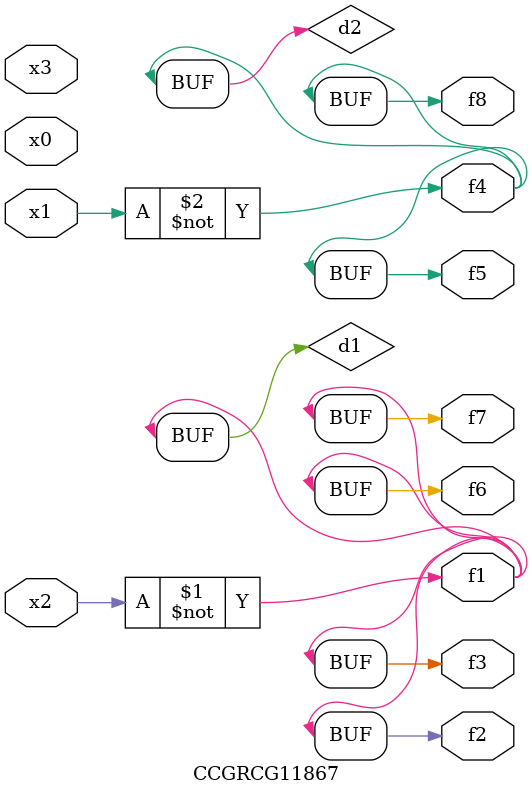
<source format=v>
module CCGRCG11867(
	input x0, x1, x2, x3,
	output f1, f2, f3, f4, f5, f6, f7, f8
);

	wire d1, d2;

	xnor (d1, x2);
	not (d2, x1);
	assign f1 = d1;
	assign f2 = d1;
	assign f3 = d1;
	assign f4 = d2;
	assign f5 = d2;
	assign f6 = d1;
	assign f7 = d1;
	assign f8 = d2;
endmodule

</source>
